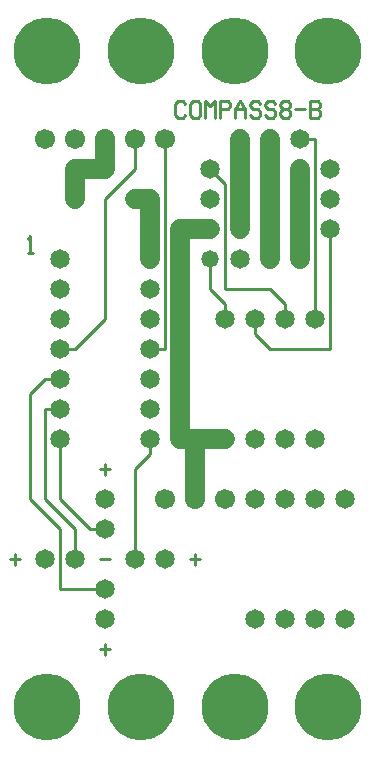
<source format=gtl>
%MOIN*%
%FSLAX25Y25*%
G04 D10 used for Character Trace; *
G04     Circle (OD=.01000) (No hole)*
G04 D11 used for Power Trace; *
G04     Circle (OD=.06700) (No hole)*
G04 D12 used for Signal Trace; *
G04     Circle (OD=.01100) (No hole)*
G04 D13 used for Via; *
G04     Circle (OD=.05800) (Round. Hole ID=.02800)*
G04 D14 used for Component hole; *
G04     Circle (OD=.06500) (Round. Hole ID=.03500)*
G04 D15 used for Component hole; *
G04     Circle (OD=.06700) (Round. Hole ID=.04300)*
G04 D16 used for Component hole; *
G04     Circle (OD=.08100) (Round. Hole ID=.05100)*
G04 D17 used for Component hole; *
G04     Circle (OD=.08900) (Round. Hole ID=.05900)*
G04 D18 used for Component hole; *
G04     Circle (OD=.11300) (Round. Hole ID=.08300)*
G04 D19 used for Component hole; *
G04     Circle (OD=.16000) (Round. Hole ID=.13000)*
G04 D20 used for Component hole; *
G04     Circle (OD=.18300) (Round. Hole ID=.15300)*
G04 D21 used for Component hole; *
G04     Circle (OD=.22291) (Round. Hole ID=.19291)*
%ADD10C,.01000*%
%ADD11C,.06700*%
%ADD12C,.01100*%
%ADD13C,.05800*%
%ADD14C,.06500*%
%ADD15C,.06700*%
%ADD16C,.08100*%
%ADD17C,.08900*%
%ADD18C,.11300*%
%ADD19C,.16000*%
%ADD20C,.18300*%
%ADD21C,.22291*%
%IPPOS*%
%LPD*%
G90*X0Y0D02*D21*X15625Y15625D03*D10*              
X33326Y35000D02*X36674D01*X35000Y36914D02*        
Y33086D01*D14*Y45000D03*D21*X46875Y15625D03*D14*  
X35000Y55000D03*D12*X20000D01*Y75000D01*          
X10000Y85000D01*Y120000D01*X15000Y125000D01*      
X20000D01*D14*D03*D12*Y135000D02*X25000D01*D14*   
X20000D03*D12*X25000D02*X35000Y145000D01*         
Y185000D01*X45000Y195000D01*Y205000D01*D15*D03*   
D11*X25000Y195000D02*X35000D01*X25000Y185000D02*  
Y195000D01*D14*Y185000D03*D11*X35000Y195000D02*   
Y205000D01*D15*D03*X25000D03*X55000D03*D12*       
Y135000D01*X50000D01*D14*D03*Y145000D03*          
Y125000D03*D12*X75000Y150000D02*X70000Y155000D01* 
X75000Y145000D02*Y150000D01*D14*Y145000D03*D12*   
X90000Y135000D02*X85000Y140000D01*                
X90000Y135000D02*X110000D01*Y175000D01*D14*D03*   
X100000Y165000D03*D11*Y175000D01*D13*D03*D11*     
Y195000D01*D13*D03*D14*X110000Y185000D03*         
X90000Y205000D03*D11*Y185000D01*D13*D03*D11*      
Y165000D01*D14*D03*D13*X80000Y175000D03*D11*      
Y195000D01*D13*D03*D11*Y205000D01*D14*D03*        
X70000Y195000D03*D12*X75000Y190000D01*Y155000D01* 
X90000D01*X95000Y150000D01*Y145000D01*D14*D03*    
X105000D03*D12*Y205000D01*X100000D01*D14*D03*     
X110000Y195000D03*X70000Y175000D03*D11*X60000D01* 
Y105000D01*X65000D01*Y85000D01*D15*D03*X75000D03* 
X55000D03*D12*X45000Y95000D02*X50000Y100000D01*   
X45000Y65000D02*Y95000D01*D14*Y65000D03*          
X35000Y75000D03*D12*X30000D01*X20000Y85000D01*    
Y105000D01*D14*D03*Y115000D03*D12*X15000D01*      
Y85000D01*X25000Y75000D01*Y65000D01*D14*D03*D10*  
X33326D02*X36674D01*D14*X15000D03*X35000Y85000D03*
D10*X3326Y65000D02*X6674D01*X5000Y66914D02*       
Y63086D01*X33326Y95000D02*X36674D01*              
X35000Y96914D02*Y93086D01*D14*X55000Y65000D03*D12*
X50000Y100000D02*Y105000D01*D14*D03*Y115000D03*   
D11*X65000Y105000D02*X75000D01*D14*D03*X85000D03* 
X95000Y85000D03*Y105000D03*X85000Y85000D03*       
X105000D03*Y105000D03*D12*X85000Y140000D02*       
Y145000D01*D14*D03*D12*X70000Y155000D02*          
Y165000D01*D13*D03*D14*X80000D03*D11*X50000D02*   
Y185000D01*D14*Y165000D03*Y155000D03*             
X70000Y185000D03*D11*X45000D02*X50000D01*D14*     
X45000D03*X20000Y165000D03*Y155000D03*D15*        
X15000Y205000D03*D10*X61674Y213086D02*            
X60837Y212129D01*X59163D01*X58326Y213086D01*      
Y216914D01*X59163Y217871D01*X60837D01*            
X61674Y216914D01*X66674Y213086D02*                
X65837Y212129D01*X64163D01*X63326Y213086D01*      
Y216914D01*X64163Y217871D01*X65837D01*            
X66674Y216914D01*Y213086D01*X68326Y212129D02*     
Y217871D01*X70000Y215957D01*X71674Y217871D01*     
Y212129D01*X73326D02*Y217871D01*X75837D01*        
X76674Y216914D01*Y215957D01*X75837Y215000D01*     
X73326D01*X78326Y212129D02*Y215000D01*            
X80000Y217871D01*X81674Y215000D01*Y212129D01*     
X78326Y215000D02*X81674D01*X86674Y216914D02*      
X85837Y217871D01*X84163D01*X83326Y216914D01*      
Y215957D01*X84163Y215000D01*X85837D01*            
X86674Y214043D01*Y213086D01*X85837Y212129D01*     
X84163D01*X83326Y213086D01*X91674Y216914D02*      
X90837Y217871D01*X89163D01*X88326Y216914D01*      
Y215957D01*X89163Y215000D01*X90837D01*            
X91674Y214043D01*Y213086D01*X90837Y212129D01*     
X89163D01*X88326Y213086D01*X94163Y215000D02*      
X93326Y215957D01*Y216914D01*X94163Y217871D01*     
X95837D01*X96674Y216914D01*Y215957D01*            
X95837Y215000D01*X94163D01*X93326Y214043D01*      
Y213086D01*X94163Y212129D01*X95837D01*            
X96674Y213086D01*Y214043D01*X95837Y215000D01*     
X98326D02*X101674D01*X103326Y212129D02*Y217871D01*
X105837D01*X106674Y216914D01*Y215957D01*          
X105837Y215000D01*X106674Y214043D01*Y213086D01*   
X105837Y212129D01*X103326D01*Y215000D02*          
X105837D01*X9163Y171914D02*X10000Y172871D01*      
Y167129D01*X9163D02*X10837D01*D14*                
X20000Y145000D03*D21*X78125Y234375D03*X46875D03*  
X15625D03*X109375D03*D14*X115000Y85000D03*D10*    
X63326Y65000D02*X66674D01*X65000Y66914D02*        
Y63086D01*D14*X85000Y45000D03*X95000D03*          
X105000D03*X115000D03*D21*X78125Y15625D03*        
X109375D03*M02*                                   

</source>
